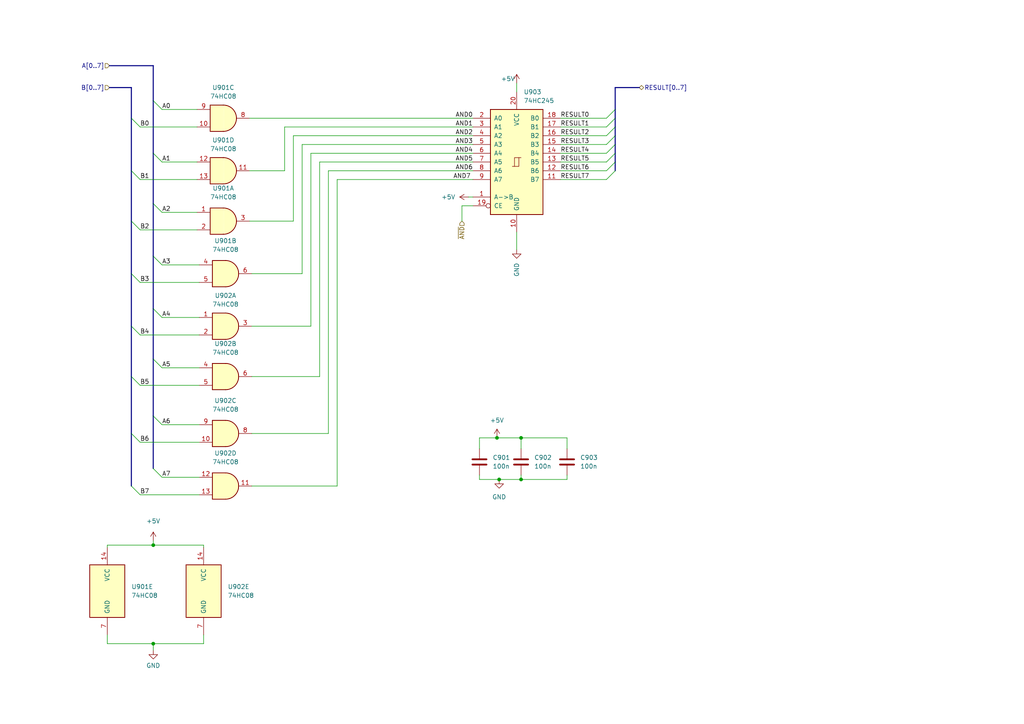
<source format=kicad_sch>
(kicad_sch (version 20211123) (generator eeschema)
  (paper "A4")
  (lib_symbols
    (symbol "74xx:74HC245" (pin_names (offset 1.016))
      (property "Reference" "U" (at -7.62 16.51 0))
      (property "Value" "74HC245" (at -7.62 -16.51 0))
      (symbol "74HC245_1_0"
        (polyline (pts (xy -0.635 -1.27) (xy -0.635 1.27) (xy 0.635 1.27)))
        (polyline (pts (xy -1.27 -1.27) (xy 0.635 -1.27) (xy 0.635 1.27) (xy 1.27 1.27)))
        (pin input line (at -12.7 -10.16 0) (length 5.08) (name "A->B") (number "1"))
        (pin power_in line (at 0 -20.32 90) (length 5.08) (name "GND") (number "10"))
        (pin tri_state line (at 12.7 -5.08 180) (length 5.08) (name "B7") (number "11"))
        (pin tri_state line (at 12.7 -2.54 180) (length 5.08) (name "B6") (number "12"))
        (pin tri_state line (at 12.7 0 180) (length 5.08) (name "B5") (number "13"))
        (pin tri_state line (at 12.7 2.54 180) (length 5.08) (name "B4") (number "14"))
        (pin tri_state line (at 12.7 5.08 180) (length 5.08) (name "B3") (number "15"))
        (pin tri_state line (at 12.7 7.62 180) (length 5.08) (name "B2") (number "16"))
        (pin tri_state line (at 12.7 10.16 180) (length 5.08) (name "B1") (number "17"))
        (pin tri_state line (at 12.7 12.7 180) (length 5.08) (name "B0") (number "18"))
        (pin input inverted (at -12.7 -12.7 0) (length 5.08) (name "CE") (number "19"))
        (pin tri_state line (at -12.7 12.7 0) (length 5.08) (name "A0") (number "2"))
        (pin power_in line (at 0 20.32 270) (length 5.08) (name "VCC") (number "20"))
        (pin tri_state line (at -12.7 10.16 0) (length 5.08) (name "A1") (number "3"))
        (pin tri_state line (at -12.7 7.62 0) (length 5.08) (name "A2") (number "4"))
        (pin tri_state line (at -12.7 5.08 0) (length 5.08) (name "A3") (number "5"))
        (pin tri_state line (at -12.7 2.54 0) (length 5.08) (name "A4") (number "6"))
        (pin tri_state line (at -12.7 0 0) (length 5.08) (name "A5") (number "7"))
        (pin tri_state line (at -12.7 -2.54 0) (length 5.08) (name "A6") (number "8"))
        (pin tri_state line (at -12.7 -5.08 0) (length 5.08) (name "A7") (number "9"))
      )
      (symbol "74HC245_1_1"
        (rectangle (start -7.62 15.24) (end 7.62 -15.24) (stroke (width 0.254)) (fill (type background)))
      )
    )
    (symbol "74xx:74LS08" (pin_names (offset 1.016))
      (property "Reference" "U" (at 0 1.27 0))
      (property "Value" "74LS08" (at 0 -1.27 0))
      (symbol "74LS08_1_1"
        (arc (start 0 -3.81) (mid 3.81 0) (end 0 3.81) (stroke (width 0.254)) (fill (type background)))
        (polyline (pts (xy 0 3.81) (xy -3.81 3.81) (xy -3.81 -3.81) (xy 0 -3.81)) (stroke (width 0.254)) (fill (type background)))
        (pin input line (at -7.62 2.54 0) (length 3.81) (name "~") (number "1"))
        (pin input line (at -7.62 -2.54 0) (length 3.81) (name "~") (number "2"))
        (pin output line (at 7.62 0 180) (length 3.81) (name "~") (number "3"))
      )
      (symbol "74LS08_1_2"
        (arc (start -3.81 -3.81) (mid -2.589 0) (end -3.81 3.81) (stroke (width 0.254)))
        (arc (start -0.6096 -3.81) (mid 2.1842 -2.5851) (end 3.81 0) (stroke (width 0.254)) (fill (type background)))
        (polyline (pts (xy -3.81 -3.81) (xy -0.635 -3.81)) (stroke (width 0.254)) (fill (type background)))
        (polyline (pts (xy -3.81 3.81) (xy -0.635 3.81)) (stroke (width 0.254)) (fill (type background)))
        (polyline (pts (xy -0.635 3.81) (xy -3.81 3.81) (xy -3.81 3.81) (xy -3.556 3.4036) (xy -3.0226 2.2606) (xy -2.6924 1.0414) (xy -2.6162 -0.254) (xy -2.7686 -1.4986) (xy -3.175 -2.7178) (xy -3.81 -3.81) (xy -3.81 -3.81) (xy -0.635 -3.81)) (stroke (width -25.4)) (fill (type background)))
        (arc (start 3.81 0) (mid 2.1915 2.5936) (end -0.6096 3.81) (stroke (width 0.254)) (fill (type background)))
        (pin input inverted (at -7.62 2.54 0) (length 4.318) (name "~") (number "1"))
        (pin input inverted (at -7.62 -2.54 0) (length 4.318) (name "~") (number "2"))
        (pin output inverted (at 7.62 0 180) (length 3.81) (name "~") (number "3"))
      )
      (symbol "74LS08_2_1"
        (arc (start 0 -3.81) (mid 3.81 0) (end 0 3.81) (stroke (width 0.254)) (fill (type background)))
        (polyline (pts (xy 0 3.81) (xy -3.81 3.81) (xy -3.81 -3.81) (xy 0 -3.81)) (stroke (width 0.254)) (fill (type background)))
        (pin input line (at -7.62 2.54 0) (length 3.81) (name "~") (number "4"))
        (pin input line (at -7.62 -2.54 0) (length 3.81) (name "~") (number "5"))
        (pin output line (at 7.62 0 180) (length 3.81) (name "~") (number "6"))
      )
      (symbol "74LS08_2_2"
        (arc (start -3.81 -3.81) (mid -2.589 0) (end -3.81 3.81) (stroke (width 0.254)))
        (arc (start -0.6096 -3.81) (mid 2.1842 -2.5851) (end 3.81 0) (stroke (width 0.254)) (fill (type background)))
        (polyline (pts (xy -3.81 -3.81) (xy -0.635 -3.81)) (stroke (width 0.254)) (fill (type background)))
        (polyline (pts (xy -3.81 3.81) (xy -0.635 3.81)) (stroke (width 0.254)) (fill (type background)))
        (polyline (pts (xy -0.635 3.81) (xy -3.81 3.81) (xy -3.81 3.81) (xy -3.556 3.4036) (xy -3.0226 2.2606) (xy -2.6924 1.0414) (xy -2.6162 -0.254) (xy -2.7686 -1.4986) (xy -3.175 -2.7178) (xy -3.81 -3.81) (xy -3.81 -3.81) (xy -0.635 -3.81)) (stroke (width -25.4)) (fill (type background)))
        (arc (start 3.81 0) (mid 2.1915 2.5936) (end -0.6096 3.81) (stroke (width 0.254)) (fill (type background)))
        (pin input inverted (at -7.62 2.54 0) (length 4.318) (name "~") (number "4"))
        (pin input inverted (at -7.62 -2.54 0) (length 4.318) (name "~") (number "5"))
        (pin output inverted (at 7.62 0 180) (length 3.81) (name "~") (number "6"))
      )
      (symbol "74LS08_3_1"
        (arc (start 0 -3.81) (mid 3.81 0) (end 0 3.81) (stroke (width 0.254)) (fill (type background)))
        (polyline (pts (xy 0 3.81) (xy -3.81 3.81) (xy -3.81 -3.81) (xy 0 -3.81)) (stroke (width 0.254)) (fill (type background)))
        (pin input line (at -7.62 -2.54 0) (length 3.81) (name "~") (number "10"))
        (pin output line (at 7.62 0 180) (length 3.81) (name "~") (number "8"))
        (pin input line (at -7.62 2.54 0) (length 3.81) (name "~") (number "9"))
      )
      (symbol "74LS08_3_2"
        (arc (start -3.81 -3.81) (mid -2.589 0) (end -3.81 3.81) (stroke (width 0.254)))
        (arc (start -0.6096 -3.81) (mid 2.1842 -2.5851) (end 3.81 0) (stroke (width 0.254)) (fill (type background)))
        (polyline (pts (xy -3.81 -3.81) (xy -0.635 -3.81)) (stroke (width 0.254)) (fill (type background)))
        (polyline (pts (xy -3.81 3.81) (xy -0.635 3.81)) (stroke (width 0.254)) (fill (type background)))
        (polyline (pts (xy -0.635 3.81) (xy -3.81 3.81) (xy -3.81 3.81) (xy -3.556 3.4036) (xy -3.0226 2.2606) (xy -2.6924 1.0414) (xy -2.6162 -0.254) (xy -2.7686 -1.4986) (xy -3.175 -2.7178) (xy -3.81 -3.81) (xy -3.81 -3.81) (xy -0.635 -3.81)) (stroke (width -25.4)) (fill (type background)))
        (arc (start 3.81 0) (mid 2.1915 2.5936) (end -0.6096 3.81) (stroke (width 0.254)) (fill (type background)))
        (pin input inverted (at -7.62 -2.54 0) (length 4.318) (name "~") (number "10"))
        (pin output inverted (at 7.62 0 180) (length 3.81) (name "~") (number "8"))
        (pin input inverted (at -7.62 2.54 0) (length 4.318) (name "~") (number "9"))
      )
      (symbol "74LS08_4_1"
        (arc (start 0 -3.81) (mid 3.81 0) (end 0 3.81) (stroke (width 0.254)) (fill (type background)))
        (polyline (pts (xy 0 3.81) (xy -3.81 3.81) (xy -3.81 -3.81) (xy 0 -3.81)) (stroke (width 0.254)) (fill (type background)))
        (pin output line (at 7.62 0 180) (length 3.81) (name "~") (number "11"))
        (pin input line (at -7.62 2.54 0) (length 3.81) (name "~") (number "12"))
        (pin input line (at -7.62 -2.54 0) (length 3.81) (name "~") (number "13"))
      )
      (symbol "74LS08_4_2"
        (arc (start -3.81 -3.81) (mid -2.589 0) (end -3.81 3.81) (stroke (width 0.254)))
        (arc (start -0.6096 -3.81) (mid 2.1842 -2.5851) (end 3.81 0) (stroke (width 0.254)) (fill (type background)))
        (polyline (pts (xy -3.81 -3.81) (xy -0.635 -3.81)) (stroke (width 0.254)) (fill (type background)))
        (polyline (pts (xy -3.81 3.81) (xy -0.635 3.81)) (stroke (width 0.254)) (fill (type background)))
        (polyline (pts (xy -0.635 3.81) (xy -3.81 3.81) (xy -3.81 3.81) (xy -3.556 3.4036) (xy -3.0226 2.2606) (xy -2.6924 1.0414) (xy -2.6162 -0.254) (xy -2.7686 -1.4986) (xy -3.175 -2.7178) (xy -3.81 -3.81) (xy -3.81 -3.81) (xy -0.635 -3.81)) (stroke (width -25.4)) (fill (type background)))
        (arc (start 3.81 0) (mid 2.1915 2.5936) (end -0.6096 3.81) (stroke (width 0.254)) (fill (type background)))
        (pin output inverted (at 7.62 0 180) (length 3.81) (name "~") (number "11"))
        (pin input inverted (at -7.62 2.54 0) (length 4.318) (name "~") (number "12"))
        (pin input inverted (at -7.62 -2.54 0) (length 4.318) (name "~") (number "13"))
      )
      (symbol "74LS08_5_0"
        (pin power_in line (at 0 12.7 270) (length 5.08) (name "VCC") (number "14"))
        (pin power_in line (at 0 -12.7 90) (length 5.08) (name "GND") (number "7"))
      )
      (symbol "74LS08_5_1"
        (rectangle (start -5.08 7.62) (end 5.08 -7.62) (stroke (width 0.254)) (fill (type background)))
      )
    )
    (symbol "Device:C" (pin_numbers hide) (pin_names (offset 0.254))
      (property "Reference" "C" (at 0.635 2.54 0))
      (property "Value" "C" (at 0.635 -2.54 0))
      (symbol "C_0_1"
        (polyline (pts (xy -2.032 -0.762) (xy 2.032 -0.762)) (stroke (width 0.508)))
        (polyline (pts (xy -2.032 0.762) (xy 2.032 0.762)) (stroke (width 0.508)))
      )
      (symbol "C_1_1"
        (pin passive line (at 0 3.81 270) (length 2.794) (name "~") (number "1"))
        (pin passive line (at 0 -3.81 90) (length 2.794) (name "~") (number "2"))
      )
    )
    (symbol "power:+5V" (power) (pin_names (offset 0))
      (property "Value" "+5V" (at 0 3.556 0))
      (symbol "+5V_0_1"
        (polyline (pts (xy -0.762 1.27) (xy 0 2.54)))
        (polyline (pts (xy 0 0) (xy 0 2.54)))
        (polyline (pts (xy 0 2.54) (xy 0.762 1.27)))
      )
      (symbol "+5V_1_1"
        (pin power_in line (at 0 0 90) (length 0) hide (name "+5V") (number "1"))
      )
    )
    (symbol "power:GND" (power) (pin_names (offset 0))
      (property "Value" "GND" (at 0 -3.81 0))
      (symbol "GND_0_1"
        (polyline (pts (xy 0 0) (xy 0 -1.27) (xy 1.27 -1.27) (xy 0 -2.54) (xy -1.27 -1.27) (xy 0 -1.27)))
      )
      (symbol "GND_1_1"
        (pin power_in line (at 0 0 270) (length 0) hide (name "GND") (number "1"))
      )
    )
  )
  (junction (at 144.78 139.065))
  (junction (at 44.45 158.115))
  (junction (at 144.145 127))
  (junction (at 44.45 186.69))
  (junction (at 151.13 127))
  (junction (at 151.13 139.065))
  (bus_entry (at 178.435 39.37) (size -2.54 2.54))
  (bus_entry (at 178.435 46.99) (size -2.54 2.54))
  (bus_entry (at 38.1 79.375) (size 2.54 2.54))
  (bus_entry (at 44.45 120.65) (size 2.54 2.54))
  (bus_entry (at 38.1 125.73) (size 2.54 2.54))
  (bus_entry (at 38.1 140.97) (size 2.54 2.54))
  (bus_entry (at 178.435 34.29) (size -2.54 2.54))
  (bus_entry (at 44.45 44.45) (size 2.54 2.54))
  (bus_entry (at 38.1 34.29) (size 2.54 2.54))
  (bus_entry (at 178.435 41.91) (size -2.54 2.54))
  (bus_entry (at 44.45 59.055) (size 2.54 2.54))
  (bus_entry (at 178.435 44.45) (size -2.54 2.54))
  (bus_entry (at 38.1 64.135) (size 2.54 2.54))
  (bus_entry (at 44.45 74.295) (size 2.54 2.54))
  (bus_entry (at 178.435 49.53) (size -2.54 2.54))
  (bus_entry (at 44.45 135.89) (size 2.54 2.54))
  (bus_entry (at 38.1 94.615) (size 2.54 2.54))
  (bus_entry (at 178.435 31.75) (size -2.54 2.54))
  (bus_entry (at 38.1 49.53) (size 2.54 2.54))
  (bus_entry (at 178.435 36.83) (size -2.54 2.54))
  (bus_entry (at 44.45 29.21) (size 2.54 2.54))
  (bus_entry (at 44.45 104.14) (size 2.54 2.54))
  (bus_entry (at 44.45 89.535) (size 2.54 2.54))
  (bus_entry (at 38.1 109.22) (size 2.54 2.54))
  (wire (pts (xy 59.055 186.69) (xy 59.055 184.15)))
  (wire (pts (xy 40.64 66.675) (xy 57.15 66.675)))
  (bus (pts (xy 31.75 19.05) (xy 44.45 19.05)))
  (wire (pts (xy 46.99 61.595) (xy 57.15 61.595)))
  (wire (pts (xy 46.99 106.68) (xy 57.785 106.68)))
  (wire (pts (xy 87.63 41.91) (xy 137.16 41.91)))
  (wire (pts (xy 31.115 158.115) (xy 44.45 158.115)))
  (wire (pts (xy 149.86 24.13) (xy 149.86 26.67)))
  (wire (pts (xy 164.465 127) (xy 164.465 130.175)))
  (wire (pts (xy 162.56 44.45) (xy 175.895 44.45)))
  (wire (pts (xy 151.13 139.065) (xy 164.465 139.065)))
  (wire (pts (xy 95.25 49.53) (xy 95.25 125.73)))
  (bus (pts (xy 44.45 59.055) (xy 44.45 74.295)))
  (wire (pts (xy 59.055 158.115) (xy 59.055 158.75)))
  (wire (pts (xy 44.45 186.69) (xy 44.45 188.595)))
  (wire (pts (xy 151.13 127) (xy 164.465 127)))
  (wire (pts (xy 162.56 52.07) (xy 175.895 52.07)))
  (wire (pts (xy 139.065 130.175) (xy 139.065 127)))
  (bus (pts (xy 185.42 25.4) (xy 178.435 25.4)))
  (wire (pts (xy 87.63 41.91) (xy 87.63 79.375)))
  (wire (pts (xy 85.09 39.37) (xy 137.16 39.37)))
  (wire (pts (xy 162.56 36.83) (xy 175.895 36.83)))
  (wire (pts (xy 92.71 46.99) (xy 92.71 109.22)))
  (wire (pts (xy 164.465 139.065) (xy 164.465 137.795)))
  (wire (pts (xy 85.09 64.135) (xy 72.39 64.135)))
  (bus (pts (xy 44.45 89.535) (xy 44.45 104.14)))
  (wire (pts (xy 144.145 127) (xy 151.13 127)))
  (wire (pts (xy 82.55 49.53) (xy 82.55 36.83)))
  (wire (pts (xy 40.64 143.51) (xy 57.785 143.51)))
  (bus (pts (xy 38.1 125.73) (xy 38.1 140.97)))
  (bus (pts (xy 38.1 109.22) (xy 38.1 125.73)))
  (bus (pts (xy 178.435 31.75) (xy 178.435 34.29)))
  (wire (pts (xy 139.065 137.795) (xy 139.065 139.065)))
  (wire (pts (xy 40.64 36.83) (xy 57.15 36.83)))
  (wire (pts (xy 162.56 41.91) (xy 175.895 41.91)))
  (bus (pts (xy 38.1 34.29) (xy 38.1 49.53)))
  (bus (pts (xy 44.45 104.14) (xy 44.45 120.65)))
  (wire (pts (xy 151.13 127) (xy 151.13 130.175)))
  (wire (pts (xy 162.56 39.37) (xy 175.895 39.37)))
  (wire (pts (xy 92.71 46.99) (xy 137.16 46.99)))
  (wire (pts (xy 95.25 49.53) (xy 137.16 49.53)))
  (wire (pts (xy 149.86 67.31) (xy 149.86 72.39)))
  (wire (pts (xy 139.065 127) (xy 144.145 127)))
  (wire (pts (xy 46.99 31.75) (xy 57.15 31.75)))
  (wire (pts (xy 139.065 139.065) (xy 144.78 139.065)))
  (bus (pts (xy 44.45 74.295) (xy 44.45 89.535)))
  (bus (pts (xy 178.435 36.83) (xy 178.435 39.37)))
  (wire (pts (xy 90.17 44.45) (xy 90.17 94.615)))
  (wire (pts (xy 31.115 184.15) (xy 31.115 186.69)))
  (wire (pts (xy 46.99 46.99) (xy 57.15 46.99)))
  (wire (pts (xy 97.79 140.97) (xy 73.025 140.97)))
  (bus (pts (xy 38.1 64.135) (xy 38.1 79.375)))
  (bus (pts (xy 38.1 49.53) (xy 38.1 64.135)))
  (wire (pts (xy 46.99 138.43) (xy 57.785 138.43)))
  (wire (pts (xy 133.985 59.69) (xy 137.16 59.69)))
  (bus (pts (xy 31.75 25.4) (xy 38.1 25.4)))
  (wire (pts (xy 31.115 158.75) (xy 31.115 158.115)))
  (wire (pts (xy 90.17 44.45) (xy 137.16 44.45)))
  (wire (pts (xy 82.55 36.83) (xy 137.16 36.83)))
  (wire (pts (xy 46.99 92.075) (xy 57.785 92.075)))
  (wire (pts (xy 87.63 79.375) (xy 73.025 79.375)))
  (wire (pts (xy 92.71 109.22) (xy 73.025 109.22)))
  (bus (pts (xy 178.435 39.37) (xy 178.435 41.91)))
  (wire (pts (xy 40.64 128.27) (xy 57.785 128.27)))
  (wire (pts (xy 40.64 81.915) (xy 57.785 81.915)))
  (bus (pts (xy 178.435 44.45) (xy 178.435 46.99)))
  (wire (pts (xy 144.78 139.065) (xy 151.13 139.065)))
  (bus (pts (xy 38.1 94.615) (xy 38.1 109.22)))
  (wire (pts (xy 133.985 64.135) (xy 133.985 59.69)))
  (wire (pts (xy 97.79 52.07) (xy 97.79 140.97)))
  (wire (pts (xy 72.39 49.53) (xy 82.55 49.53)))
  (bus (pts (xy 44.45 44.45) (xy 44.45 59.055)))
  (bus (pts (xy 44.45 19.05) (xy 44.45 29.21)))
  (wire (pts (xy 95.25 125.73) (xy 73.025 125.73)))
  (bus (pts (xy 44.45 29.21) (xy 44.45 44.45)))
  (wire (pts (xy 46.99 76.835) (xy 57.785 76.835)))
  (wire (pts (xy 44.45 156.845) (xy 44.45 158.115)))
  (wire (pts (xy 85.09 39.37) (xy 85.09 64.135)))
  (bus (pts (xy 38.1 25.4) (xy 38.1 34.29)))
  (wire (pts (xy 97.79 52.07) (xy 137.16 52.07)))
  (wire (pts (xy 162.56 46.99) (xy 175.895 46.99)))
  (bus (pts (xy 44.45 120.65) (xy 44.45 135.89)))
  (wire (pts (xy 162.56 34.29) (xy 175.895 34.29)))
  (wire (pts (xy 135.89 57.15) (xy 137.16 57.15)))
  (wire (pts (xy 162.56 49.53) (xy 175.895 49.53)))
  (wire (pts (xy 44.45 158.115) (xy 59.055 158.115)))
  (bus (pts (xy 38.1 79.375) (xy 38.1 94.615)))
  (bus (pts (xy 178.435 34.29) (xy 178.435 36.83)))
  (wire (pts (xy 90.17 94.615) (xy 73.025 94.615)))
  (wire (pts (xy 72.39 34.29) (xy 137.16 34.29)))
  (wire (pts (xy 40.64 111.76) (xy 57.785 111.76)))
  (bus (pts (xy 178.435 46.99) (xy 178.435 49.53)))
  (bus (pts (xy 178.435 41.91) (xy 178.435 44.45)))
  (wire (pts (xy 151.13 137.795) (xy 151.13 139.065)))
  (wire (pts (xy 44.45 186.69) (xy 59.055 186.69)))
  (bus (pts (xy 178.435 25.4) (xy 178.435 31.75)))
  (wire (pts (xy 40.64 52.07) (xy 57.15 52.07)))
  (wire (pts (xy 40.64 97.155) (xy 57.785 97.155)))
  (wire (pts (xy 46.99 123.19) (xy 57.785 123.19)))
  (wire (pts (xy 31.115 186.69) (xy 44.45 186.69)))
  (label "B4" (at 40.64 97.155 0))
  (label "B3" (at 40.64 81.915 0))
  (label "RESULT0" (at 162.56 34.29 0))
  (label "A2" (at 46.99 61.595 0))
  (label "B0" (at 40.64 36.83 0))
  (label "AND2" (at 132.08 39.37 0))
  (label "B6" (at 40.64 128.27 0))
  (label "AND6" (at 132.08 49.53 0))
  (label "A3" (at 46.99 76.835 0))
  (label "AND1" (at 132.08 36.83 0))
  (label "A6" (at 46.99 123.19 0))
  (label "A4" (at 46.99 92.075 0))
  (label "AND0" (at 132.08 34.29 0))
  (label "A0" (at 46.99 31.75 0))
  (label "A1" (at 46.99 46.99 0))
  (label "RESULT5" (at 162.56 46.99 0))
  (label "B7" (at 40.64 143.51 0))
  (label "RESULT3" (at 162.56 41.91 0))
  (label "B2" (at 40.64 66.675 0))
  (label "RESULT1" (at 162.56 36.83 0))
  (label "RESULT6" (at 162.56 49.53 0))
  (label "AND5" (at 132.08 46.99 0))
  (label "B1" (at 40.64 52.07 0))
  (label "RESULT7" (at 162.56 52.07 0))
  (label "RESULT2" (at 162.56 39.37 0))
  (label "AND4" (at 132.08 44.45 0))
  (label "A7" (at 46.99 138.43 0))
  (label "AND7" (at 131.445 52.07 0))
  (label "A5" (at 46.99 106.68 0))
  (label "B5" (at 40.64 111.76 0))
  (label "AND3" (at 132.08 41.91 0))
  (label "RESULT4" (at 162.56 44.45 0))
  (hierarchical_label "B[0..7]" (shape input) (at 31.75 25.4 180))
  (hierarchical_label "RESULT[0..7]" (shape tri_state) (at 185.42 25.4 0))
  (hierarchical_label "A[0..7]" (shape input) (at 31.75 19.05 180))
  (hierarchical_label "~{AND}" (shape input) (at 133.985 64.135 270))
  (symbol (lib_id "power:GND") (at 144.78 139.065 0) (unit 1)
    (property "Reference" "#PWR0905" (effects hide))
    (property "Value" "GND" (at 144.78 144.145 0))
  )
  (symbol (lib_id "power:GND") (at 44.45 188.595 0) (unit 1)
    (property "Reference" "#PWR0902" (effects hide))
    (property "Value" "GND" (at 44.45 193.04 0))
  )
  (symbol (lib_id "74xx:74LS08") (at 65.405 94.615 0) (unit 1)
    (property "Reference" "U902" (at 65.405 85.725 0))
    (property "Value" "74HC08" (at 65.405 88.265 0))
    (property "Footprint" "Package_SO:SOIC-14_3.9x8.7mm_P1.27mm" (effects hide))
    (property "Datasheet" "https://datasheet.lcsc.com/lcsc/2006241032_Nexperia-74HC08D-653_C5593.pdf" (effects hide))
    (property "LCSC" "C5593" (effects hide))
  )
  (symbol (lib_id "Device:C") (at 151.13 133.985 0) (unit 1)
    (property "Reference" "C902" (at 154.94 132.7149 0) (effects (justify left)))
    (property "Value" "100n" (at 154.94 135.2549 0) (effects (justify left)))
    (property "Footprint" "Capacitor_SMD:C_0603_1608Metric" (effects hide))
    (property "Datasheet" "https://datasheet.lcsc.com/lcsc/1809301912_YAGEO-CC0603KRX7R9BB104_C14663.pdf" (effects hide))
    (property "LCSC" "C14663" (effects hide))
  )
  (symbol (lib_id "Device:C") (at 164.465 133.985 0) (unit 1)
    (property "Reference" "C903" (at 168.275 132.7149 0) (effects (justify left)))
    (property "Value" "100n" (at 168.275 135.2549 0) (effects (justify left)))
    (property "Footprint" "Capacitor_SMD:C_0603_1608Metric" (effects hide))
    (property "Datasheet" "https://datasheet.lcsc.com/lcsc/1809301912_YAGEO-CC0603KRX7R9BB104_C14663.pdf" (effects hide))
    (property "LCSC" "C14663" (effects hide))
  )
  (symbol (lib_id "power:+5V") (at 149.86 24.13 0) (unit 1)
    (property "Reference" "#PWR0906" (effects hide))
    (property "Value" "+5V" (at 147.32 22.86 0))
  )
  (symbol (lib_id "74xx:74LS08") (at 64.77 64.135 0) (unit 1)
    (property "Reference" "U901" (at 64.77 54.61 0))
    (property "Value" "74HC08" (at 64.77 57.15 0))
    (property "Footprint" "Package_SO:SOIC-14_3.9x8.7mm_P1.27mm" (effects hide))
    (property "Datasheet" "https://datasheet.lcsc.com/lcsc/2006241032_Nexperia-74HC08D-653_C5593.pdf" (effects hide))
    (property "LCSC" "C5593" (effects hide))
  )
  (symbol (lib_id "power:+5V") (at 135.89 57.15 90) (unit 1)
    (property "Reference" "#PWR0903" (effects hide))
    (property "Value" "+5V" (at 132.08 57.1499 90) (effects (justify left)))
  )
  (symbol (lib_id "Device:C") (at 139.065 133.985 0) (unit 1)
    (property "Reference" "C901" (at 142.875 132.7149 0) (effects (justify left)))
    (property "Value" "100n" (at 142.875 135.2549 0) (effects (justify left)))
    (property "Footprint" "Capacitor_SMD:C_0603_1608Metric" (effects hide))
    (property "Datasheet" "https://datasheet.lcsc.com/lcsc/1809301912_YAGEO-CC0603KRX7R9BB104_C14663.pdf" (effects hide))
    (property "LCSC" "C14663" (effects hide))
  )
  (symbol (lib_id "74xx:74LS08") (at 64.77 49.53 0) (unit 4)
    (property "Reference" "U901" (at 64.77 40.64 0))
    (property "Value" "74HC08" (at 64.77 43.18 0))
    (property "Footprint" "Package_SO:SOIC-14_3.9x8.7mm_P1.27mm" (effects hide))
    (property "Datasheet" "https://datasheet.lcsc.com/lcsc/2006241032_Nexperia-74HC08D-653_C5593.pdf" (effects hide))
    (property "LCSC" "C5593" (effects hide))
  )
  (symbol (lib_id "power:+5V") (at 44.45 156.845 0) (unit 1)
    (property "Reference" "#PWR0901" (effects hide))
    (property "Value" "+5V" (at 44.45 151.13 0))
  )
  (symbol (lib_id "74xx:74LS08") (at 65.405 125.73 0) (unit 3)
    (property "Reference" "U902" (at 65.405 116.205 0))
    (property "Value" "74HC08" (at 65.405 118.745 0))
    (property "Footprint" "Package_SO:SOIC-14_3.9x8.7mm_P1.27mm" (effects hide))
    (property "Datasheet" "https://datasheet.lcsc.com/lcsc/2006241032_Nexperia-74HC08D-653_C5593.pdf" (effects hide))
    (property "LCSC" "C5593" (effects hide))
  )
  (symbol (lib_id "74xx:74LS08") (at 65.405 109.22 0) (unit 2)
    (property "Reference" "U902" (at 65.405 99.695 0))
    (property "Value" "74HC08" (at 65.405 102.235 0))
    (property "Footprint" "Package_SO:SOIC-14_3.9x8.7mm_P1.27mm" (effects hide))
    (property "Datasheet" "https://datasheet.lcsc.com/lcsc/2006241032_Nexperia-74HC08D-653_C5593.pdf" (effects hide))
    (property "LCSC" "C5593" (effects hide))
  )
  (symbol (lib_id "power:GND") (at 149.86 72.39 0) (unit 1)
    (property "Reference" "#PWR0907" (effects hide))
    (property "Value" "GND" (at 149.8601 76.2 90) (effects (justify right)))
  )
  (symbol (lib_id "power:+5V") (at 144.145 127 0) (unit 1)
    (property "Reference" "#PWR0904" (effects hide))
    (property "Value" "+5V" (at 144.145 121.92 0))
  )
  (symbol (lib_id "74xx:74LS08") (at 65.405 140.97 0) (unit 4)
    (property "Reference" "U902" (at 65.405 131.445 0))
    (property "Value" "74HC08" (at 65.405 133.985 0))
    (property "Footprint" "Package_SO:SOIC-14_3.9x8.7mm_P1.27mm" (effects hide))
    (property "Datasheet" "https://datasheet.lcsc.com/lcsc/2006241032_Nexperia-74HC08D-653_C5593.pdf" (effects hide))
    (property "LCSC" "C5593" (effects hide))
  )
  (symbol (lib_id "74xx:74LS08") (at 59.055 171.45 0) (unit 5)
    (property "Reference" "U902" (at 66.04 170.1799 0) (effects (justify left)))
    (property "Value" "74HC08" (at 66.04 172.7199 0) (effects (justify left)))
    (property "Footprint" "Package_SO:SOIC-14_3.9x8.7mm_P1.27mm" (effects hide))
    (property "Datasheet" "https://datasheet.lcsc.com/lcsc/2006241032_Nexperia-74HC08D-653_C5593.pdf" (effects hide))
    (property "LCSC" "C5593" (effects hide))
  )
  (symbol (lib_id "74xx:74LS08") (at 64.77 34.29 0) (unit 3)
    (property "Reference" "U901" (at 64.77 25.4 0))
    (property "Value" "74HC08" (at 64.77 27.94 0))
    (property "Footprint" "Package_SO:SOIC-14_3.9x8.7mm_P1.27mm" (effects hide))
    (property "Datasheet" "https://datasheet.lcsc.com/lcsc/2006241032_Nexperia-74HC08D-653_C5593.pdf" (effects hide))
    (property "LCSC" "C5593" (effects hide))
  )
  (symbol (lib_id "74xx:74LS08") (at 31.115 171.45 0) (unit 5)
    (property "Reference" "U901" (at 38.1 170.1799 0) (effects (justify left)))
    (property "Value" "74HC08" (at 38.1 172.7199 0) (effects (justify left)))
    (property "Footprint" "Package_SO:SOIC-14_3.9x8.7mm_P1.27mm" (effects hide))
    (property "Datasheet" "https://datasheet.lcsc.com/lcsc/2006241032_Nexperia-74HC08D-653_C5593.pdf" (effects hide))
    (property "LCSC" "C5593" (effects hide))
  )
  (symbol (lib_id "74xx:74LS08") (at 65.405 79.375 0) (unit 2)
    (property "Reference" "U901" (at 65.405 69.85 0))
    (property "Value" "74HC08" (at 65.405 72.39 0))
    (property "Footprint" "Package_SO:SOIC-14_3.9x8.7mm_P1.27mm" (effects hide))
    (property "Datasheet" "https://datasheet.lcsc.com/lcsc/2006241032_Nexperia-74HC08D-653_C5593.pdf" (effects hide))
    (property "LCSC" "C5593" (effects hide))
  )
  (symbol (lib_id "74xx:74HC245") (at 149.86 46.99 0) (unit 1)
    (property "Reference" "U903" (at 151.8794 26.67 0) (effects (justify left)))
    (property "Value" "74HC245" (at 151.8794 29.21 0) (effects (justify left)))
    (property "Footprint" "Package_SO:SOIC-20W_7.5x12.8mm_P1.27mm" (effects hide))
    (property "Datasheet" "http://www.ti.com/lit/gpn/sn74HC245" (effects hide))
    (property "LCSC" "C5625" (effects hide))
  )
)
</source>
